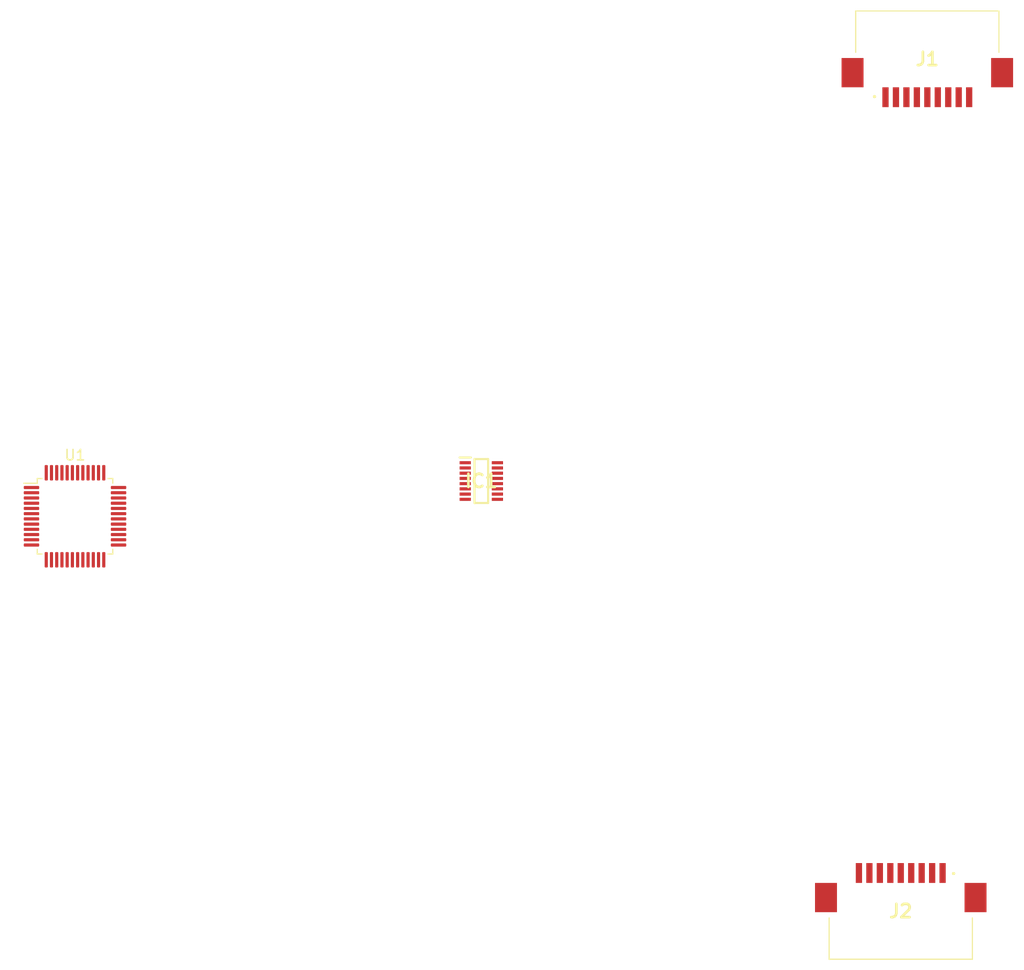
<source format=kicad_pcb>
(kicad_pcb (version 20221018) (generator pcbnew)
  (layers (0 "F.Cu" signal) (31 "B.Cu" signal) (34 "B.Paste" user) (35 "F.Paste" user) (36 "B.SilkS" user "B.Silkscreen") (37 "F.SilkS" user "F.Silkscreen") (38 "B.Mask" user) (39 "F.Mask" user) (44 "Edge.Cuts" user))
  (net 0 "")
  (net 33 "Net-(J1-Pad6)")
  (net 34 "Net-(J1-Pad4)")
  (net 35 "VDD")
  (net 43 "GND")
  (net 47 "/SS2")
  (net 48 "/SS1")
  (net 49 "/SS0")
  (net 50 "/SCK")
  (net 51 "/MISO")
  (net 52 "/MOSI")
  (net 53 "/~{SS}")
  (footprint "Package_QFP:TQFP-48_7x7mm_P0.5mm" (layer "F.Cu") (at 119.63 100.6825)
    (fp_text reference "U1" (at 0 -5.85) (layer "F.SilkS"))
    (fp_text value "AVR128DB48x-xPT")
    (fp_line (start -3.61 -3.61) (end -3.61 -3.16) (stroke (width 0.12)) (layer "F.SilkS"))
    (fp_line (start -3.61 -3.16) (end -4.9 -3.16) (stroke (width 0.12)) (layer "F.SilkS"))
    (fp_line (start -3.61 3.61) (end -3.61 3.16) (stroke (width 0.12)) (layer "F.SilkS"))
    (fp_line (start -3.16 -3.61) (end -3.61 -3.61) (stroke (width 0.12)) (layer "F.SilkS"))
    (fp_line (start -3.16 3.61) (end -3.61 3.61) (stroke (width 0.12)) (layer "F.SilkS"))
    (fp_line (start 3.16 -3.61) (end 3.61 -3.61) (stroke (width 0.12)) (layer "F.SilkS"))
    (fp_line (start 3.16 3.61) (end 3.61 3.61) (stroke (width 0.12)) (layer "F.SilkS"))
    (fp_line (start 3.61 -3.61) (end 3.61 -3.16) (stroke (width 0.12)) (layer "F.SilkS"))
    (fp_line (start 3.61 3.61) (end 3.61 3.16) (stroke (width 0.12)) (layer "F.SilkS"))
    (pad "1" smd roundrect (at -4.1625 -2.75) (size 1.475 0.3) (layers "F.Cu" "F.Paste" "F.Mask") (net 51 "/MISO"))
    (pad "2" smd roundrect (at -4.1625 -2.25) (size 1.475 0.3) (layers "F.Cu" "F.Paste" "F.Mask") (net 50 "/SCK"))
    (pad "3" smd roundrect (at -4.1625 -1.75) (size 1.475 0.3) (layers "F.Cu" "F.Paste" "F.Mask") (net 53 "/~{SS}"))
    (pad "4" smd roundrect (at -4.1625 -1.25) (size 1.475 0.3) (layers "F.Cu" "F.Paste" "F.Mask"))
    (pad "5" smd roundrect (at -4.1625 -0.75) (size 1.475 0.3) (layers "F.Cu" "F.Paste" "F.Mask"))
    (pad "6" smd roundrect (at -4.1625 -0.25) (size 1.475 0.3) (layers "F.Cu" "F.Paste" "F.Mask"))
    (pad "7" smd roundrect (at -4.1625 0.25) (size 1.475 0.3) (layers "F.Cu" "F.Paste" "F.Mask"))
    (pad "8" smd roundrect (at -4.1625 0.75) (size 1.475 0.3) (layers "F.Cu" "F.Paste" "F.Mask"))
    (pad "9" smd roundrect (at -4.1625 1.25) (size 1.475 0.3) (layers "F.Cu" "F.Paste" "F.Mask"))
    (pad "10" smd roundrect (at -4.1625 1.75) (size 1.475 0.3) (layers "F.Cu" "F.Paste" "F.Mask") (net 52 "/MOSI"))
    (pad "11" smd roundrect (at -4.1625 2.25) (size 1.475 0.3) (layers "F.Cu" "F.Paste" "F.Mask") (net 51 "/MISO"))
    (pad "12" smd roundrect (at -4.1625 2.75) (size 1.475 0.3) (layers "F.Cu" "F.Paste" "F.Mask") (net 50 "/SCK"))
    (pad "13" smd roundrect (at -2.75 4.1625) (size 0.3 1.475) (layers "F.Cu" "F.Paste" "F.Mask") (net 53 "/~{SS}"))
    (pad "14" smd roundrect (at -2.25 4.1625) (size 0.3 1.475) (layers "F.Cu" "F.Paste" "F.Mask"))
    (pad "15" smd roundrect (at -1.75 4.1625) (size 0.3 1.475) (layers "F.Cu" "F.Paste" "F.Mask") (net 43 "GND"))
    (pad "16" smd roundrect (at -1.25 4.1625) (size 0.3 1.475) (layers "F.Cu" "F.Paste" "F.Mask"))
    (pad "17" smd roundrect (at -0.75 4.1625) (size 0.3 1.475) (layers "F.Cu" "F.Paste" "F.Mask"))
    (pad "18" smd roundrect (at -0.25 4.1625) (size 0.3 1.475) (layers "F.Cu" "F.Paste" "F.Mask"))
    (pad "19" smd roundrect (at 0.25 4.1625) (size 0.3 1.475) (layers "F.Cu" "F.Paste" "F.Mask"))
    (pad "20" smd roundrect (at 0.75 4.1625) (size 0.3 1.475) (layers "F.Cu" "F.Paste" "F.Mask"))
    (pad "21" smd roundrect (at 1.25 4.1625) (size 0.3 1.475) (layers "F.Cu" "F.Paste" "F.Mask"))
    (pad "22" smd roundrect (at 1.75 4.1625) (size 0.3 1.475) (layers "F.Cu" "F.Paste" "F.Mask"))
    (pad "23" smd roundrect (at 2.25 4.1625) (size 0.3 1.475) (layers "F.Cu" "F.Paste" "F.Mask"))
    (pad "24" smd roundrect (at 2.75 4.1625) (size 0.3 1.475) (layers "F.Cu" "F.Paste" "F.Mask"))
    (pad "25" smd roundrect (at 4.1625 2.75) (size 1.475 0.3) (layers "F.Cu" "F.Paste" "F.Mask"))
    (pad "26" smd roundrect (at 4.1625 2.25) (size 1.475 0.3) (layers "F.Cu" "F.Paste" "F.Mask"))
    (pad "27" smd roundrect (at 4.1625 1.75) (size 1.475 0.3) (layers "F.Cu" "F.Paste" "F.Mask"))
    (pad "28" smd roundrect (at 4.1625 1.25) (size 1.475 0.3) (layers "F.Cu" "F.Paste" "F.Mask"))
    (pad "29" smd roundrect (at 4.1625 0.75) (size 1.475 0.3) (layers "F.Cu" "F.Paste" "F.Mask") (net 43 "GND"))
    (pad "30" smd roundrect (at 4.1625 0.25) (size 1.475 0.3) (layers "F.Cu" "F.Paste" "F.Mask"))
    (pad "31" smd roundrect (at 4.1625 -0.25) (size 1.475 0.3) (layers "F.Cu" "F.Paste" "F.Mask"))
    (pad "32" smd roundrect (at 4.1625 -0.75) (size 1.475 0.3) (layers "F.Cu" "F.Paste" "F.Mask"))
    (pad "33" smd roundrect (at 4.1625 -1.25) (size 1.475 0.3) (layers "F.Cu" "F.Paste" "F.Mask"))
    (pad "34" smd roundrect (at 4.1625 -1.75) (size 1.475 0.3) (layers "F.Cu" "F.Paste" "F.Mask"))
    (pad "35" smd roundrect (at 4.1625 -2.25) (size 1.475 0.3) (layers "F.Cu" "F.Paste" "F.Mask"))
    (pad "36" smd roundrect (at 4.1625 -2.75) (size 1.475 0.3) (layers "F.Cu" "F.Paste" "F.Mask"))
    (pad "37" smd roundrect (at 2.75 -4.1625) (size 0.3 1.475) (layers "F.Cu" "F.Paste" "F.Mask"))
    (pad "38" smd roundrect (at 2.25 -4.1625) (size 0.3 1.475) (layers "F.Cu" "F.Paste" "F.Mask"))
    (pad "39" smd roundrect (at 1.75 -4.1625) (size 0.3 1.475) (layers "F.Cu" "F.Paste" "F.Mask"))
    (pad "40" smd roundrect (at 1.25 -4.1625) (size 0.3 1.475) (layers "F.Cu" "F.Paste" "F.Mask"))
    (pad "41" smd roundrect (at 0.75 -4.1625) (size 0.3 1.475) (layers "F.Cu" "F.Paste" "F.Mask"))
    (pad "42" smd roundrect (at 0.25 -4.1625) (size 0.3 1.475) (layers "F.Cu" "F.Paste" "F.Mask") (net 35 "VDD"))
    (pad "43" smd roundrect (at -0.25 -4.1625) (size 0.3 1.475) (layers "F.Cu" "F.Paste" "F.Mask") (net 43 "GND"))
    (pad "44" smd roundrect (at -0.75 -4.1625) (size 0.3 1.475) (layers "F.Cu" "F.Paste" "F.Mask"))
    (pad "45" smd roundrect (at -1.25 -4.1625) (size 0.3 1.475) (layers "F.Cu" "F.Paste" "F.Mask"))
    (pad "46" smd roundrect (at -1.75 -4.1625) (size 0.3 1.475) (layers "F.Cu" "F.Paste" "F.Mask"))
    (pad "47" smd roundrect (at -2.25 -4.1625) (size 0.3 1.475) (layers "F.Cu" "F.Paste" "F.Mask"))
    (pad "48" smd roundrect (at -2.75 -4.1625) (size 0.3 1.475) (layers "F.Cu" "F.Paste" "F.Mask") (net 52 "/MOSI"))
  )
  (footprint "SN74HCS138DYYR:SOP50P326X110-16N" (layer "F.Cu") (at 158.482 97.31)
    (fp_text reference "IC1" (at 0 0) (layer "F.SilkS") (effects (font (size 1.27 1.27) (thickness 0.254))))
    (fp_text value "SN74HCS138DYYR" hide)
    (fp_line (start -2.075 -2.25) (end -1 -2.25) (stroke (width 0.2)) (layer "F.SilkS"))
    (fp_line (start -0.65 -2.1) (end 0.65 -2.1) (stroke (width 0.2)) (layer "F.SilkS"))
    (fp_line (start -0.65 2.1) (end -0.65 -2.1) (stroke (width 0.2)) (layer "F.SilkS"))
    (fp_line (start 0.65 -2.1) (end 0.65 2.1) (stroke (width 0.2)) (layer "F.SilkS"))
    (fp_line (start 0.65 2.1) (end -0.65 2.1) (stroke (width 0.2)) (layer "F.SilkS"))
    (pad "1" smd rect (at -1.538 -1.75 90) (size 0.3 1.075) (layers "F.Cu" "F.Paste" "F.Mask") (net 49 "/SS0"))
    (pad "2" smd rect (at -1.538 -1.25 90) (size 0.3 1.075) (layers "F.Cu" "F.Paste" "F.Mask") (net 48 "/SS1"))
    (pad "3" smd rect (at -1.538 -0.75 90) (size 0.3 1.075) (layers "F.Cu" "F.Paste" "F.Mask") (net 47 "/SS2"))
    (pad "4" smd rect (at -1.538 -0.25 90) (size 0.3 1.075) (layers "F.Cu" "F.Paste" "F.Mask"))
    (pad "5" smd rect (at -1.538 0.25 90) (size 0.3 1.075) (layers "F.Cu" "F.Paste" "F.Mask"))
    (pad "6" smd rect (at -1.538 0.75 90) (size 0.3 1.075) (layers "F.Cu" "F.Paste" "F.Mask") (net 43 "GND"))
    (pad "7" smd rect (at -1.538 1.25 90) (size 0.3 1.075) (layers "F.Cu" "F.Paste" "F.Mask"))
    (pad "8" smd rect (at -1.538 1.75 90) (size 0.3 1.075) (layers "F.Cu" "F.Paste" "F.Mask") (net 43 "GND"))
    (pad "9" smd rect (at 1.538 1.75 90) (size 0.3 1.075) (layers "F.Cu" "F.Paste" "F.Mask"))
    (pad "10" smd rect (at 1.538 1.25 90) (size 0.3 1.075) (layers "F.Cu" "F.Paste" "F.Mask"))
    (pad "11" smd rect (at 1.538 0.75 90) (size 0.3 1.075) (layers "F.Cu" "F.Paste" "F.Mask"))
    (pad "12" smd rect (at 1.538 0.25 90) (size 0.3 1.075) (layers "F.Cu" "F.Paste" "F.Mask"))
    (pad "13" smd rect (at 1.538 -0.25 90) (size 0.3 1.075) (layers "F.Cu" "F.Paste" "F.Mask"))
    (pad "14" smd rect (at 1.538 -0.75 90) (size 0.3 1.075) (layers "F.Cu" "F.Paste" "F.Mask"))
    (pad "15" smd rect (at 1.538 -1.25 90) (size 0.3 1.075) (layers "F.Cu" "F.Paste" "F.Mask"))
    (pad "16" smd rect (at 1.538 -1.75 90) (size 0.3 1.075) (layers "F.Cu" "F.Paste" "F.Mask") (net 35 "VDD"))
  )
  (footprint "52207-0960:522070960" (layer "F.Cu") (at 198.59 139.61)
    (fp_text reference "J2" (at 0 -1.15) (layer "F.SilkS") (effects (font (size 1.27 1.27) (thickness 0.254))))
    (fp_text value "52207-0960" hide)
    (fp_line (start -6.85 -0.5) (end -6.85 -0.5) (stroke (width 0.1)) (layer "F.SilkS"))
    (fp_line (start -6.85 -0.5) (end -6.85 3.45) (stroke (width 0.1)) (layer "F.SilkS"))
    (fp_line (start -6.85 3.45) (end -6.85 -0.5) (stroke (width 0.1)) (layer "F.SilkS"))
    (fp_line (start -6.85 3.45) (end -6.85 3.45) (stroke (width 0.1)) (layer "F.SilkS"))
    (fp_line (start -6.85 3.45) (end -6.85 3.45) (stroke (width 0.1)) (layer "F.SilkS"))
    (fp_line (start -6.85 3.45) (end 6.85 3.45) (stroke (width 0.1)) (layer "F.SilkS"))
    (fp_line (start 5 -4.75) (end 5 -4.75) (stroke (width 0.2)) (layer "F.SilkS"))
    (fp_line (start 5 -4.75) (end 5 -4.75) (stroke (width 0.2)) (layer "F.SilkS"))
    (fp_line (start 5.1 -4.75) (end 5.1 -4.75) (stroke (width 0.2)) (layer "F.SilkS"))
    (fp_line (start 6.85 -0.5) (end 6.85 -0.5) (stroke (width 0.1)) (layer "F.SilkS"))
    (fp_line (start 6.85 -0.5) (end 6.85 3.45) (stroke (width 0.1)) (layer "F.SilkS"))
    (fp_line (start 6.85 3.45) (end -6.85 3.45) (stroke (width 0.1)) (layer "F.SilkS"))
    (fp_line (start 6.85 3.45) (end 6.85 -0.5) (stroke (width 0.1)) (layer "F.SilkS"))
    (fp_line (start 6.85 3.45) (end 6.85 3.45) (stroke (width 0.1)) (layer "F.SilkS"))
    (fp_line (start 6.85 3.45) (end 6.85 3.45) (stroke (width 0.1)) (layer "F.SilkS"))
    (fp_arc (start 5 -4.75) (mid 5.05 -4.8) (end 5.1 -4.75) (stroke (width 0.2)) (layer "F.SilkS"))
    (fp_arc (start 5.1 -4.75) (mid 5.05 -4.7) (end 5 -4.75) (stroke (width 0.2)) (layer "F.SilkS"))
    (fp_arc (start 5.1 -4.75) (mid 5.05 -4.7) (end 5 -4.75) (stroke (width 0.2)) (layer "F.SilkS"))
    (pad "1" smd rect (at 4 -4.8) (size 0.6 1.9) (layers "F.Cu" "F.Paste" "F.Mask") (net 47 "/SS2"))
    (pad "2" smd rect (at 3 -4.8) (size 0.6 1.9) (layers "F.Cu" "F.Paste" "F.Mask") (net 48 "/SS1"))
    (pad "3" smd rect (at 2 -4.8) (size 0.6 1.9) (layers "F.Cu" "F.Paste" "F.Mask") (net 49 "/SS0"))
    (pad "4" smd rect (at 1 -4.8) (size 0.6 1.9) (layers "F.Cu" "F.Paste" "F.Mask") (net 33 "Net-(J1-Pad6)"))
    (pad "5" smd rect (at 0 -4.8) (size 0.6 1.9) (layers "F.Cu" "F.Paste" "F.Mask") (net 43 "GND"))
    (pad "6" smd rect (at -1 -4.8) (size 0.6 1.9) (layers "F.Cu" "F.Paste" "F.Mask") (net 34 "Net-(J1-Pad4)"))
    (pad "7" smd rect (at -2 -4.8) (size 0.6 1.9) (layers "F.Cu" "F.Paste" "F.Mask") (net 50 "/SCK"))
    (pad "8" smd rect (at -3 -4.8) (size 0.6 1.9) (layers "F.Cu" "F.Paste" "F.Mask") (net 51 "/MISO"))
    (pad "9" smd rect (at -4 -4.8) (size 0.6 1.9) (layers "F.Cu" "F.Paste" "F.Mask") (net 52 "/MOSI"))
    (pad "MP1" smd rect (at 7.15 -2.45) (size 2.1 2.8) (layers "F.Cu" "F.Paste" "F.Mask"))
    (pad "MP2" smd rect (at -7.15 -2.45) (size 2.1 2.8) (layers "F.Cu" "F.Paste" "F.Mask"))
  )
  (footprint "52207-0960:522070960" (layer "F.Cu") (at 201.13 55.79 180)
    (fp_text reference "J1" (at 0 -1.15 180) (layer "F.SilkS") (effects (font (size 1.27 1.27) (thickness 0.254))))
    (fp_text value "52207-0960" hide)
    (fp_line (start -6.85 -0.5) (end -6.85 -0.5) (stroke (width 0.1)) (layer "F.SilkS"))
    (fp_line (start -6.85 -0.5) (end -6.85 3.45) (stroke (width 0.1)) (layer "F.SilkS"))
    (fp_line (start -6.85 3.45) (end -6.85 -0.5) (stroke (width 0.1)) (layer "F.SilkS"))
    (fp_line (start -6.85 3.45) (end -6.85 3.45) (stroke (width 0.1)) (layer "F.SilkS"))
    (fp_line (start -6.85 3.45) (end -6.85 3.45) (stroke (width 0.1)) (layer "F.SilkS"))
    (fp_line (start -6.85 3.45) (end 6.85 3.45) (stroke (width 0.1)) (layer "F.SilkS"))
    (fp_line (start 5 -4.75) (end 5 -4.75) (stroke (width 0.2)) (layer "F.SilkS"))
    (fp_line (start 5 -4.75) (end 5 -4.75) (stroke (width 0.2)) (layer "F.SilkS"))
    (fp_line (start 5.1 -4.75) (end 5.1 -4.75) (stroke (width 0.2)) (layer "F.SilkS"))
    (fp_line (start 6.85 -0.5) (end 6.85 -0.5) (stroke (width 0.1)) (layer "F.SilkS"))
    (fp_line (start 6.85 -0.5) (end 6.85 3.45) (stroke (width 0.1)) (layer "F.SilkS"))
    (fp_line (start 6.85 3.45) (end -6.85 3.45) (stroke (width 0.1)) (layer "F.SilkS"))
    (fp_line (start 6.85 3.45) (end 6.85 -0.5) (stroke (width 0.1)) (layer "F.SilkS"))
    (fp_line (start 6.85 3.45) (end 6.85 3.45) (stroke (width 0.1)) (layer "F.SilkS"))
    (fp_line (start 6.85 3.45) (end 6.85 3.45) (stroke (width 0.1)) (layer "F.SilkS"))
    (fp_arc (start 5 -4.75) (mid 5.05 -4.8) (end 5.1 -4.75) (stroke (width 0.2)) (layer "F.SilkS"))
    (fp_arc (start 5.1 -4.75) (mid 5.05 -4.7) (end 5 -4.75) (stroke (width 0.2)) (layer "F.SilkS"))
    (fp_arc (start 5.1 -4.75) (mid 5.05 -4.7) (end 5 -4.75) (stroke (width 0.2)) (layer "F.SilkS"))
    (pad "1" smd rect (at 4 -4.8 180) (size 0.6 1.9) (layers "F.Cu" "F.Paste" "F.Mask") (net 52 "/MOSI"))
    (pad "2" smd rect (at 3 -4.8 180) (size 0.6 1.9) (layers "F.Cu" "F.Paste" "F.Mask") (net 51 "/MISO"))
    (pad "3" smd rect (at 2 -4.8 180) (size 0.6 1.9) (layers "F.Cu" "F.Paste" "F.Mask") (net 50 "/SCK"))
    (pad "4" smd rect (at 1 -4.8 180) (size 0.6 1.9) (layers "F.Cu" "F.Paste" "F.Mask") (net 34 "Net-(J1-Pad4)"))
    (pad "5" smd rect (at 0 -4.8 180) (size 0.6 1.9) (layers "F.Cu" "F.Paste" "F.Mask") (net 43 "GND"))
    (pad "6" smd rect (at -1 -4.8 180) (size 0.6 1.9) (layers "F.Cu" "F.Paste" "F.Mask") (net 33 "Net-(J1-Pad6)"))
    (pad "7" smd rect (at -2 -4.8 180) (size 0.6 1.9) (layers "F.Cu" "F.Paste" "F.Mask") (net 49 "/SS0"))
    (pad "8" smd rect (at -3 -4.8 180) (size 0.6 1.9) (layers "F.Cu" "F.Paste" "F.Mask") (net 48 "/SS1"))
    (pad "9" smd rect (at -4 -4.8 180) (size 0.6 1.9) (layers "F.Cu" "F.Paste" "F.Mask") (net 47 "/SS2"))
    (pad "MP1" smd rect (at 7.15 -2.45 180) (size 2.1 2.8) (layers "F.Cu" "F.Paste" "F.Mask"))
    (pad "MP2" smd rect (at -7.15 -2.45 180) (size 2.1 2.8) (layers "F.Cu" "F.Paste" "F.Mask"))
  )
)
</source>
